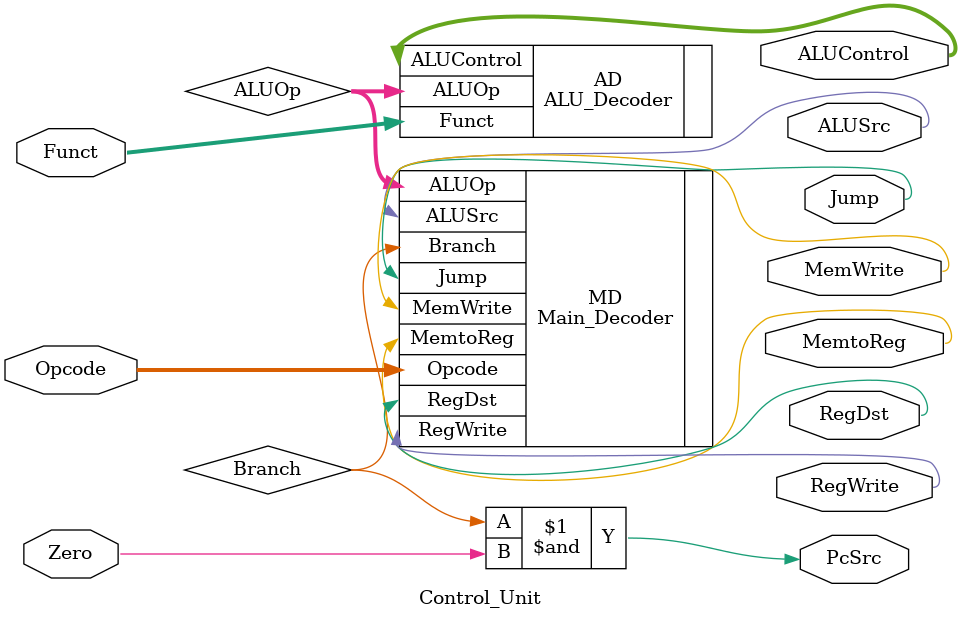
<source format=v>
module Control_Unit (

input wire  [5:0] Opcode,
input wire  [5:0] Funct,
input wire        Zero,

output wire       Jump,
output wire       MemtoReg,
output wire       MemWrite,
output wire       PcSrc,
output wire       ALUSrc,
output wire       RegDst,
output wire       RegWrite,
output wire [2:0] ALUControl
);
  
wire [1:0] ALUOp;
wire       Branch;
assign PcSrc = Branch & Zero;

Main_Decoder MD(
.Opcode(Opcode),

.Jump(Jump),
.ALUOp(ALUOp),
.MemtoReg(MemtoReg),
.MemWrite(MemWrite),
.Branch(Branch),
.ALUSrc(ALUSrc),
.RegDst(RegDst),
.RegWrite(RegWrite)
);

ALU_Decoder AD(
.ALUOp(ALUOp),
.Funct(Funct),

.ALUControl(ALUControl)
);
endmodule

</source>
